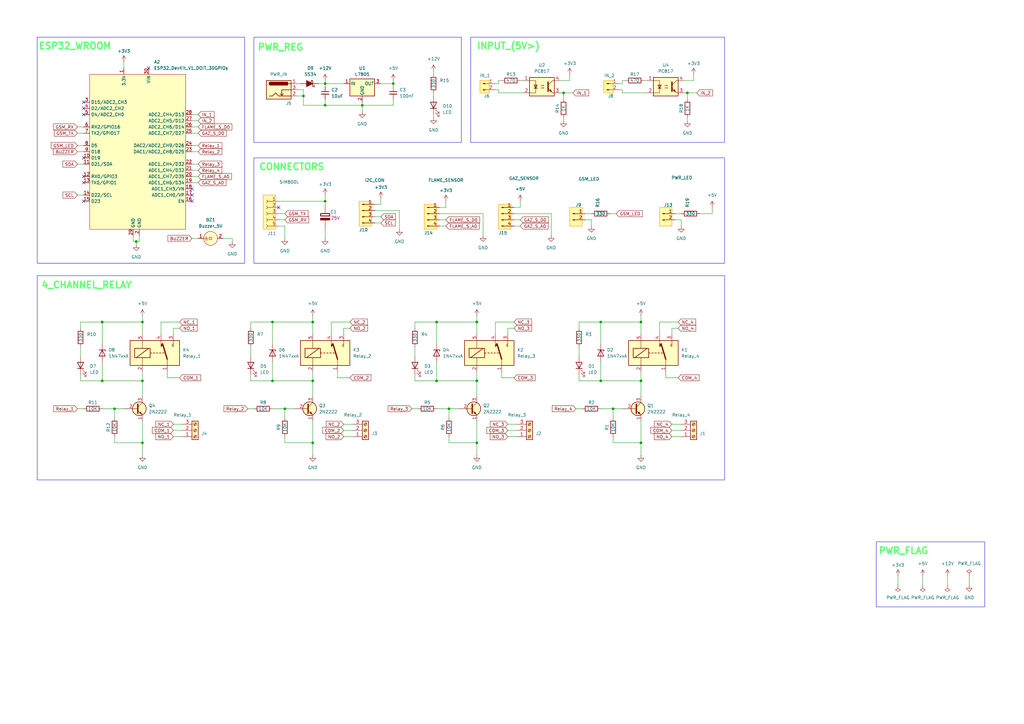
<source format=kicad_sch>
(kicad_sch (version 20231120) (generator "eeschema") (generator_version "8.0")
  (paper "A3")
  (junction (at 195.58 132.08))
  (junction (at 41.91 156.21))
  (junction (at 111.76 132.08))
  (junction (at 262.89 132.08))
  (junction (at 58.42 132.08))
  (junction (at 58.42 156.21))
  (junction (at 161.29 34.29))
  (junction (at 281.94 38.1))
  (junction (at 128.27 156.21))
  (junction (at 179.07 156.21))
  (junction (at 251.46 167.64))
  (junction (at 128.27 132.08))
  (junction (at 41.91 132.08))
  (junction (at 195.58 156.21))
  (junction (at 184.15 167.64))
  (junction (at 148.59 43.18))
  (junction (at 262.89 156.21))
  (junction (at 133.35 82.55))
  (junction (at 195.58 181.61))
  (junction (at 179.07 132.08))
  (junction (at 133.35 43.18))
  (junction (at 55.88 99.06))
  (junction (at 116.84 167.64))
  (junction (at 231.14 38.1))
  (junction (at 111.76 156.21))
  (junction (at 262.89 181.61))
  (junction (at 133.35 34.29))
  (junction (at 46.99 167.64))
  (junction (at 128.27 181.61))
  (junction (at 58.42 181.61))
  (junction (at 246.38 156.21))
  (junction (at 124.46 39.37))
  (junction (at 246.38 132.08))
  (no_connect (at 34.29 41.91))
  (no_connect (at 34.29 74.93))
  (no_connect (at 34.29 72.39))
  (no_connect (at 34.29 64.77))
  (no_connect (at 78.74 77.47))
  (no_connect (at 34.29 82.55))
  (no_connect (at 114.3 85.09))
  (no_connect (at 78.74 80.01))
  (no_connect (at 78.74 82.55))
  (no_connect (at 34.29 46.99))
  (no_connect (at 34.29 44.45))
  (no_connect (at 60.96 27.94))
  (wire (pts (xy 262.89 156.21) (xy 262.89 162.56)))
  (wire (pts (xy 128.27 129.54) (xy 128.27 132.08)))
  (wire (pts (xy 250.19 87.63) (xy 252.73 87.63)))
  (wire (pts (xy 273.05 154.94) (xy 273.05 152.4)))
  (wire (pts (xy 195.58 172.72) (xy 195.58 181.61)))
  (wire (pts (xy 251.46 179.07) (xy 251.46 181.61)))
  (wire (pts (xy 208.28 173.99) (xy 212.09 173.99)))
  (wire (pts (xy 143.51 132.08) (xy 135.89 132.08)))
  (wire (pts (xy 133.35 40.64) (xy 133.35 43.18)))
  (wire (pts (xy 170.18 156.21) (xy 179.07 156.21)))
  (wire (pts (xy 121.92 36.83) (xy 124.46 36.83)))
  (wire (pts (xy 133.35 82.55) (xy 133.35 83.82)))
  (wire (pts (xy 121.92 34.29) (xy 123.19 34.29)))
  (wire (pts (xy 270.51 132.08) (xy 270.51 137.16)))
  (wire (pts (xy 33.02 132.08) (xy 41.91 132.08)))
  (wire (pts (xy 78.74 59.69) (xy 81.28 59.69)))
  (wire (pts (xy 114.3 92.71) (xy 116.84 92.71)))
  (wire (pts (xy 182.88 82.55) (xy 182.88 85.09)))
  (wire (pts (xy 73.66 132.08) (xy 66.04 132.08)))
  (wire (pts (xy 31.75 52.07) (xy 34.29 52.07)))
  (wire (pts (xy 71.12 173.99) (xy 74.93 173.99)))
  (wire (pts (xy 170.18 153.67) (xy 170.18 156.21)))
  (wire (pts (xy 153.67 91.44) (xy 156.21 91.44)))
  (wire (pts (xy 246.38 148.59) (xy 246.38 156.21)))
  (wire (pts (xy 78.74 62.23) (xy 81.28 62.23)))
  (wire (pts (xy 251.46 167.64) (xy 251.46 171.45)))
  (wire (pts (xy 111.76 156.21) (xy 128.27 156.21)))
  (wire (pts (xy 143.51 154.94) (xy 138.43 154.94)))
  (wire (pts (xy 195.58 181.61) (xy 195.58 186.69)))
  (wire (pts (xy 284.48 30.48) (xy 284.48 33.02)))
  (wire (pts (xy 111.76 140.97) (xy 111.76 132.08)))
  (wire (pts (xy 262.89 129.54) (xy 262.89 132.08)))
  (wire (pts (xy 179.07 167.64) (xy 184.15 167.64)))
  (wire (pts (xy 128.27 172.72) (xy 128.27 181.61)))
  (wire (pts (xy 210.82 154.94) (xy 205.74 154.94)))
  (wire (pts (xy 210.82 90.17) (xy 213.36 90.17)))
  (wire (pts (xy 114.3 90.17) (xy 116.84 90.17)))
  (wire (pts (xy 95.25 97.79) (xy 91.44 97.79)))
  (wire (pts (xy 128.27 156.21) (xy 128.27 162.56)))
  (wire (pts (xy 153.67 88.9) (xy 156.21 88.9)))
  (wire (pts (xy 133.35 93.98) (xy 133.35 97.79)))
  (wire (pts (xy 101.6 167.64) (xy 104.14 167.64)))
  (wire (pts (xy 46.99 181.61) (xy 58.42 181.61)))
  (wire (pts (xy 33.02 156.21) (xy 41.91 156.21)))
  (wire (pts (xy 116.84 167.64) (xy 116.84 171.45)))
  (wire (pts (xy 210.82 87.63) (xy 226.06 87.63)))
  (wire (pts (xy 179.07 148.59) (xy 179.07 156.21)))
  (wire (pts (xy 161.29 43.18) (xy 161.29 40.64)))
  (wire (pts (xy 397.51 236.22) (xy 397.51 240.03)))
  (wire (pts (xy 177.8 46.99) (xy 177.8 48.26)))
  (wire (pts (xy 177.8 29.21) (xy 177.8 30.48)))
  (wire (pts (xy 102.87 153.67) (xy 102.87 156.21)))
  (wire (pts (xy 388.62 236.22) (xy 388.62 240.03)))
  (wire (pts (xy 41.91 140.97) (xy 41.91 132.08)))
  (wire (pts (xy 73.66 154.94) (xy 68.58 154.94)))
  (wire (pts (xy 58.42 172.72) (xy 58.42 181.61)))
  (wire (pts (xy 180.34 92.71) (xy 182.88 92.71)))
  (wire (pts (xy 195.58 129.54) (xy 195.58 132.08)))
  (wire (pts (xy 213.36 82.55) (xy 213.36 85.09)))
  (wire (pts (xy 246.38 140.97) (xy 246.38 132.08)))
  (wire (pts (xy 203.2 132.08) (xy 203.2 137.16)))
  (wire (pts (xy 180.34 87.63) (xy 198.12 87.63)))
  (wire (pts (xy 55.88 100.33) (xy 55.88 99.06)))
  (wire (pts (xy 251.46 167.64) (xy 255.27 167.64)))
  (wire (pts (xy 116.84 92.71) (xy 116.84 97.79)))
  (wire (pts (xy 41.91 148.59) (xy 41.91 156.21)))
  (wire (pts (xy 148.59 41.91) (xy 148.59 43.18)))
  (wire (pts (xy 279.4 90.17) (xy 279.4 92.71)))
  (wire (pts (xy 95.25 99.06) (xy 95.25 97.79)))
  (wire (pts (xy 102.87 156.21) (xy 111.76 156.21)))
  (wire (pts (xy 229.87 38.1) (xy 231.14 38.1)))
  (wire (pts (xy 280.67 38.1) (xy 281.94 38.1)))
  (wire (pts (xy 213.36 33.02) (xy 214.63 33.02)))
  (wire (pts (xy 33.02 134.62) (xy 33.02 132.08)))
  (wire (pts (xy 278.13 134.62) (xy 275.59 134.62)))
  (wire (pts (xy 180.34 90.17) (xy 182.88 90.17)))
  (wire (pts (xy 237.49 156.21) (xy 246.38 156.21)))
  (wire (pts (xy 135.89 132.08) (xy 135.89 137.16)))
  (wire (pts (xy 31.75 67.31) (xy 34.29 67.31)))
  (wire (pts (xy 210.82 132.08) (xy 203.2 132.08)))
  (wire (pts (xy 163.83 86.36) (xy 153.67 86.36)))
  (wire (pts (xy 31.75 54.61) (xy 34.29 54.61)))
  (wire (pts (xy 46.99 179.07) (xy 46.99 181.61)))
  (wire (pts (xy 198.12 87.63) (xy 198.12 96.52)))
  (wire (pts (xy 58.42 181.61) (xy 58.42 186.69)))
  (wire (pts (xy 130.81 34.29) (xy 133.35 34.29)))
  (wire (pts (xy 31.75 59.69) (xy 34.29 59.69)))
  (wire (pts (xy 54.61 99.06) (xy 55.88 99.06)))
  (wire (pts (xy 58.42 156.21) (xy 58.42 162.56)))
  (wire (pts (xy 184.15 167.64) (xy 184.15 171.45)))
  (wire (pts (xy 184.15 181.61) (xy 195.58 181.61)))
  (wire (pts (xy 242.57 90.17) (xy 242.57 92.71)))
  (wire (pts (xy 182.88 85.09) (xy 180.34 85.09)))
  (wire (pts (xy 41.91 132.08) (xy 58.42 132.08)))
  (wire (pts (xy 116.84 167.64) (xy 120.65 167.64)))
  (wire (pts (xy 78.74 74.93) (xy 81.28 74.93)))
  (wire (pts (xy 116.84 181.61) (xy 128.27 181.61)))
  (wire (pts (xy 255.27 36.83) (xy 255.27 38.1)))
  (wire (pts (xy 111.76 132.08) (xy 128.27 132.08)))
  (wire (pts (xy 78.74 52.07) (xy 81.28 52.07)))
  (wire (pts (xy 237.49 132.08) (xy 246.38 132.08)))
  (wire (pts (xy 195.58 152.4) (xy 195.58 156.21)))
  (wire (pts (xy 133.35 43.18) (xy 148.59 43.18)))
  (wire (pts (xy 78.74 49.53) (xy 81.28 49.53)))
  (wire (pts (xy 138.43 154.94) (xy 138.43 152.4)))
  (wire (pts (xy 281.94 38.1) (xy 281.94 40.64)))
  (wire (pts (xy 170.18 134.62) (xy 170.18 132.08)))
  (wire (pts (xy 233.68 33.02) (xy 229.87 33.02)))
  (wire (pts (xy 71.12 176.53) (xy 74.93 176.53)))
  (wire (pts (xy 287.02 87.63) (xy 292.1 87.63)))
  (wire (pts (xy 148.59 43.18) (xy 161.29 43.18)))
  (wire (pts (xy 133.35 34.29) (xy 133.35 35.56)))
  (wire (pts (xy 140.97 179.07) (xy 144.78 179.07)))
  (wire (pts (xy 231.14 38.1) (xy 231.14 40.64)))
  (wire (pts (xy 143.51 134.62) (xy 140.97 134.62)))
  (wire (pts (xy 68.58 154.94) (xy 68.58 152.4)))
  (wire (pts (xy 231.14 38.1) (xy 234.95 38.1)))
  (wire (pts (xy 278.13 154.94) (xy 273.05 154.94)))
  (wire (pts (xy 255.27 34.29) (xy 255.27 33.02)))
  (wire (pts (xy 226.06 87.63) (xy 226.06 96.52)))
  (wire (pts (xy 276.86 87.63) (xy 279.4 87.63)))
  (wire (pts (xy 255.27 33.02) (xy 256.54 33.02)))
  (wire (pts (xy 102.87 134.62) (xy 102.87 132.08)))
  (wire (pts (xy 246.38 132.08) (xy 262.89 132.08)))
  (wire (pts (xy 378.46 236.22) (xy 378.46 240.03)))
  (wire (pts (xy 41.91 156.21) (xy 58.42 156.21)))
  (wire (pts (xy 233.68 30.48) (xy 233.68 33.02)))
  (wire (pts (xy 205.74 154.94) (xy 205.74 152.4)))
  (wire (pts (xy 203.2 36.83) (xy 204.47 36.83)))
  (wire (pts (xy 111.76 167.64) (xy 116.84 167.64)))
  (wire (pts (xy 78.74 72.39) (xy 81.28 72.39)))
  (wire (pts (xy 78.74 46.99) (xy 81.28 46.99)))
  (wire (pts (xy 195.58 132.08) (xy 195.58 137.16)))
  (wire (pts (xy 140.97 176.53) (xy 144.78 176.53)))
  (wire (pts (xy 128.27 132.08) (xy 128.27 137.16)))
  (wire (pts (xy 78.74 54.61) (xy 81.28 54.61)))
  (wire (pts (xy 208.28 176.53) (xy 212.09 176.53)))
  (wire (pts (xy 161.29 34.29) (xy 156.21 34.29)))
  (wire (pts (xy 57.15 99.06) (xy 57.15 96.52)))
  (wire (pts (xy 78.74 67.31) (xy 81.28 67.31)))
  (wire (pts (xy 210.82 92.71) (xy 213.36 92.71)))
  (wire (pts (xy 156.21 83.82) (xy 153.67 83.82)))
  (wire (pts (xy 140.97 173.99) (xy 144.78 173.99)))
  (wire (pts (xy 116.84 179.07) (xy 116.84 181.61)))
  (wire (pts (xy 102.87 132.08) (xy 111.76 132.08)))
  (wire (pts (xy 161.29 35.56) (xy 161.29 34.29)))
  (wire (pts (xy 281.94 48.26) (xy 281.94 49.53)))
  (wire (pts (xy 204.47 38.1) (xy 214.63 38.1)))
  (wire (pts (xy 114.3 87.63) (xy 116.84 87.63)))
  (wire (pts (xy 262.89 152.4) (xy 262.89 156.21)))
  (wire (pts (xy 203.2 34.29) (xy 204.47 34.29)))
  (wire (pts (xy 66.04 132.08) (xy 66.04 137.16)))
  (wire (pts (xy 46.99 167.64) (xy 50.8 167.64)))
  (wire (pts (xy 78.74 69.85) (xy 81.28 69.85)))
  (wire (pts (xy 292.1 87.63) (xy 292.1 85.09)))
  (wire (pts (xy 236.22 167.64) (xy 238.76 167.64)))
  (wire (pts (xy 281.94 38.1) (xy 285.75 38.1)))
  (wire (pts (xy 246.38 156.21) (xy 262.89 156.21)))
  (wire (pts (xy 58.42 152.4) (xy 58.42 156.21)))
  (wire (pts (xy 128.27 181.61) (xy 128.27 186.69)))
  (wire (pts (xy 213.36 85.09) (xy 210.82 85.09)))
  (wire (pts (xy 275.59 179.07) (xy 279.4 179.07)))
  (wire (pts (xy 78.74 97.79) (xy 81.28 97.79)))
  (wire (pts (xy 31.75 167.64) (xy 34.29 167.64)))
  (wire (pts (xy 128.27 152.4) (xy 128.27 156.21)))
  (wire (pts (xy 148.59 43.18) (xy 148.59 45.72)))
  (wire (pts (xy 264.16 33.02) (xy 265.43 33.02)))
  (wire (pts (xy 275.59 173.99) (xy 279.4 173.99)))
  (wire (pts (xy 124.46 36.83) (xy 124.46 39.37)))
  (wire (pts (xy 124.46 39.37) (xy 124.46 43.18)))
  (wire (pts (xy 204.47 33.02) (xy 205.74 33.02)))
  (wire (pts (xy 170.18 132.08) (xy 179.07 132.08)))
  (wire (pts (xy 237.49 142.24) (xy 237.49 146.05)))
  (wire (pts (xy 262.89 172.72) (xy 262.89 181.61)))
  (wire (pts (xy 275.59 134.62) (xy 275.59 137.16)))
  (wire (pts (xy 246.38 167.64) (xy 251.46 167.64)))
  (wire (pts (xy 156.21 81.28) (xy 156.21 83.82)))
  (wire (pts (xy 208.28 134.62) (xy 208.28 137.16)))
  (wire (pts (xy 262.89 181.61) (xy 262.89 186.69)))
  (wire (pts (xy 237.49 153.67) (xy 237.49 156.21)))
  (wire (pts (xy 231.14 48.26) (xy 231.14 49.53)))
  (wire (pts (xy 254 36.83) (xy 255.27 36.83)))
  (wire (pts (xy 58.42 129.54) (xy 58.42 132.08)))
  (wire (pts (xy 31.75 62.23) (xy 34.29 62.23)))
  (wire (pts (xy 177.8 38.1) (xy 177.8 39.37)))
  (wire (pts (xy 124.46 43.18) (xy 133.35 43.18)))
  (wire (pts (xy 133.35 80.01) (xy 133.35 82.55)))
  (wire (pts (xy 184.15 179.07) (xy 184.15 181.61)))
  (wire (pts (xy 210.82 134.62) (xy 208.28 134.62)))
  (wire (pts (xy 204.47 34.29) (xy 204.47 33.02)))
  (wire (pts (xy 278.13 132.08) (xy 270.51 132.08)))
  (wire (pts (xy 111.76 148.59) (xy 111.76 156.21)))
  (wire (pts (xy 195.58 156.21) (xy 195.58 162.56)))
  (wire (pts (xy 58.42 132.08) (xy 58.42 137.16)))
  (wire (pts (xy 179.07 140.97) (xy 179.07 132.08)))
  (wire (pts (xy 71.12 179.07) (xy 74.93 179.07)))
  (wire (pts (xy 73.66 134.62) (xy 71.12 134.62)))
  (wire (pts (xy 208.28 179.07) (xy 212.09 179.07)))
  (wire (pts (xy 163.83 93.98) (xy 163.83 86.36)))
  (wire (pts (xy 368.3 236.22) (xy 368.3 240.03)))
  (wire (pts (xy 121.92 39.37) (xy 124.46 39.37)))
  (wire (pts (xy 46.99 167.64) (xy 46.99 171.45)))
  (wire (pts (xy 50.8 25.4) (xy 50.8 27.94)))
  (wire (pts (xy 284.48 33.02) (xy 280.67 33.02)))
  (wire (pts (xy 41.91 167.64) (xy 46.99 167.64)))
  (wire (pts (xy 255.27 38.1) (xy 265.43 38.1)))
  (wire (pts (xy 102.87 142.24) (xy 102.87 146.05)))
  (wire (pts (xy 133.35 33.02) (xy 133.35 34.29)))
  (wire (pts (xy 240.03 87.63) (xy 242.57 87.63)))
  (wire (pts (xy 33.02 153.67) (xy 33.02 156.21)))
  (wire (pts (xy 133.35 34.29) (xy 140.97 34.29)))
  (wire (pts (xy 254 34.29) (xy 255.27 34.29)))
  (wire (pts (xy 170.18 142.24) (xy 170.18 146.05)))
  (wire (pts (xy 71.12 134.62) (xy 71.12 137.16)))
  (wire (pts (xy 179.07 132.08) (xy 195.58 132.08)))
  (wire (pts (xy 140.97 134.62) (xy 140.97 137.16)))
  (wire (pts (xy 114.3 82.55) (xy 133.35 82.55)))
  (wire (pts (xy 179.07 156.21) (xy 195.58 156.21)))
  (wire (pts (xy 31.75 80.01) (xy 34.29 80.01)))
  (wire (pts (xy 275.59 176.53) (xy 279.4 176.53)))
  (wire (pts (xy 204.47 36.83) (xy 204.47 38.1)))
  (wire (pts (xy 33.02 142.24) (xy 33.02 146.05)))
  (wire (pts (xy 161.29 33.02) (xy 161.29 34.29)))
  (wire (pts (xy 251.46 181.61) (xy 262.89 181.61)))
  (wire (pts (xy 184.15 167.64) (xy 187.96 167.64)))
  (wire (pts (xy 240.03 90.17) (xy 242.57 90.17)))
  (wire (pts (xy 276.86 90.17) (xy 279.4 90.17)))
  (wire (pts (xy 262.89 132.08) (xy 262.89 137.16)))
  (wire (pts (xy 55.88 99.06) (xy 57.15 99.06)))
  (wire (pts (xy 168.91 167.64) (xy 171.45 167.64)))
  (wire (pts (xy 54.61 96.52) (xy 54.61 99.06)))
  (wire (pts (xy 237.49 134.62) (xy 237.49 132.08)))
  (rectangle (start 233.68 85.09) (end 238.76 92.71) (stroke (width 0.2) (color 255 157 32 1)) (fill (type color) (color 254 255 67 0.48)))
  (rectangle (start 196.85 33.02) (end 200.66 38.1) (stroke (width 0.2) (color 255 157 32 1)) (fill (type color) (color 254 255 67 0.48)))
  (rectangle (start 173.99 83.82) (end 179.07 93.98) (stroke (width 0.2) (color 255 157 32 1)) (fill (type color) (color 254 255 67 0.48)))
  (rectangle (start 359.41 222.25) (end 403.86 248.92))
  (rectangle (start 15.24 15.24) (end 100.33 107.95))
  (rectangle (start 107.95 80.01) (end 113.03 93.98) (stroke (width 0.2) (color 255 157 32 1)) (fill (type color) (color 254 255 67 0.48)))
  (rectangle (start 204.47 83.82) (end 209.55 93.98) (stroke (width 0.2) (color 255 157 32 1)) (fill (type color) (color 254 255 67 0.48)))
  (rectangle (start 193.04 15.24) (end 297.18 58.42))
  (rectangle (start 15.24 113.03) (end 297.18 196.85))
  (rectangle (start 270.51 85.09) (end 275.59 92.71) (stroke (width 0.2) (color 255 157 32 1)) (fill (type color) (color 254 255 67 0.48)))
  (rectangle (start 104.14 64.77) (end 297.18 107.95))
  (rectangle (start 147.32 82.55) (end 152.4 92.71) (stroke (width 0.2) (color 255 157 32 1)) (fill (type color) (color 254 255 67 0.48)))
  (rectangle (start 104.14 15.24) (end 189.23 58.42))
  (rectangle (start 247.65 33.02) (end 251.46 38.1) (stroke (width 0.2) (color 255 157 32 1)) (fill (type color) (color 254 255 67 0.48)))
  (text "PWR_REG" (at 115.062 19.558 0) (effects (font (size 2.7 2.7) (thickness 0.54) (bold yes))))
  (text "CONNECTORS\n" (at 119.634 68.58 0) (effects (font (size 2.7 2.7) (thickness 0.54) (bold yes))))
  (text "4_CHANNEL_RELAY" (at 35.56 117.094 0) (effects (font (size 2.7 2.7) (thickness 0.54) (bold yes))))
  (text "ESP32_WROOM" (at 30.734 19.05 0) (effects (font (size 2.7 2.7) (thickness 0.54) (bold yes))))
  (text "PWR_FLAG" (at 370.586 226.06 0) (effects (font (size 2.7 2.7) (thickness 0.54) (bold yes))))
  (text "INPUT_(5V>)" (at 208.534 19.05 0) (effects (font (size 2.7 2.7) (thickness 0.54) (bold yes))))
  (global_label "COM_4" (shape input) (at 275.59 176.53 180) (property "Intersheetrefs" "${INTERSHEET_REFS}" (effects (hide yes))))
  (global_label "COM_4" (shape input) (at 278.13 154.94 0) (property "Intersheetrefs" "${INTERSHEET_REFS}" (effects (hide yes))))
  (global_label "COM_2" (shape input) (at 140.97 176.53 180) (property "Intersheetrefs" "${INTERSHEET_REFS}" (effects (hide yes))))
  (global_label "NO_3" (shape input) (at 208.28 179.07 180) (property "Intersheetrefs" "${INTERSHEET_REFS}" (effects (hide yes))))
  (global_label "Relay_3" (shape input) (at 168.91 167.64 180) (property "Intersheetrefs" "${INTERSHEET_REFS}" (effects (hide yes))))
  (global_label "GSM_RX" (shape input) (at 31.75 52.07 180) (property "Intersheetrefs" "${INTERSHEET_REFS}" (effects (hide yes))))
  (global_label "GSM_LED" (shape input) (at 252.73 87.63 0) (property "Intersheetrefs" "${INTERSHEET_REFS}" (effects (hide yes))))
  (global_label "NO_4" (shape input) (at 275.59 179.07 180) (property "Intersheetrefs" "${INTERSHEET_REFS}" (effects (hide yes))))
  (global_label "NC_2" (shape input) (at 140.97 173.99 180) (property "Intersheetrefs" "${INTERSHEET_REFS}" (effects (hide yes))))
  (global_label "NC_4" (shape input) (at 278.13 132.08 0) (property "Intersheetrefs" "${INTERSHEET_REFS}" (effects (hide yes))))
  (global_label "SDA" (shape input) (at 31.75 67.31 180) (property "Intersheetrefs" "${INTERSHEET_REFS}" (effects (hide yes))))
  (global_label "Relay_4" (shape input) (at 236.22 167.64 180) (property "Intersheetrefs" "${INTERSHEET_REFS}" (effects (hide yes))))
  (global_label "GAZ_S_A0" (shape input) (at 81.28 74.93 0) (property "Intersheetrefs" "${INTERSHEET_REFS}" (effects (hide yes))))
  (global_label "NO_3" (shape input) (at 210.82 134.62 0) (property "Intersheetrefs" "${INTERSHEET_REFS}" (effects (hide yes))))
  (global_label "NC_3" (shape input) (at 210.82 132.08 0) (property "Intersheetrefs" "${INTERSHEET_REFS}" (effects (hide yes))))
  (global_label "NC_1" (shape input) (at 71.12 173.99 180) (property "Intersheetrefs" "${INTERSHEET_REFS}" (effects (hide yes))))
  (global_label "Relay_4" (shape input) (at 81.28 69.85 0) (property "Intersheetrefs" "${INTERSHEET_REFS}" (effects (hide yes))))
  (global_label "COM_2" (shape input) (at 143.51 154.94 0) (property "Intersheetrefs" "${INTERSHEET_REFS}" (effects (hide yes))))
  (global_label "NO_2" (shape input) (at 140.97 179.07 180) (property "Intersheetrefs" "${INTERSHEET_REFS}" (effects (hide yes))))
  (global_label "BUZZER" (shape input) (at 78.74 97.79 180) (property "Intersheetrefs" "${INTERSHEET_REFS}" (effects (hide yes))))
  (global_label "NC_3" (shape input) (at 208.28 173.99 180) (property "Intersheetrefs" "${INTERSHEET_REFS}" (effects (hide yes))))
  (global_label "GSM_TX" (shape input) (at 31.75 54.61 180) (property "Intersheetrefs" "${INTERSHEET_REFS}" (effects (hide yes))))
  (global_label "FLAME_S_A0" (shape input) (at 81.28 72.39 0) (property "Intersheetrefs" "${INTERSHEET_REFS}" (effects (hide yes))))
  (global_label "Relay_1" (shape input) (at 31.75 167.64 180) (property "Intersheetrefs" "${INTERSHEET_REFS}" (effects (hide yes))))
  (global_label "FLAME_S_D0" (shape input) (at 81.28 52.07 0) (property "Intersheetrefs" "${INTERSHEET_REFS}" (effects (hide yes))))
  (global_label "SCL" (shape input) (at 31.75 80.01 180) (property "Intersheetrefs" "${INTERSHEET_REFS}" (effects (hide yes))))
  (global_label "NO_2" (shape input) (at 143.51 134.62 0) (property "Intersheetrefs" "${INTERSHEET_REFS}" (effects (hide yes))))
  (global_label "NO_1" (shape input) (at 73.66 134.62 0) (property "Intersheetrefs" "${INTERSHEET_REFS}" (effects (hide yes))))
  (global_label "GAZ_S_D0" (shape input) (at 213.36 90.17 0) (property "Intersheetrefs" "${INTERSHEET_REFS}" (effects (hide yes))))
  (global_label "SDA" (shape input) (at 156.21 88.9 0) (property "Intersheetrefs" "${INTERSHEET_REFS}" (effects (hide yes))))
  (global_label "GAZ_S_D0" (shape input) (at 81.28 54.61 0) (property "Intersheetrefs" "${INTERSHEET_REFS}" (effects (hide yes))))
  (global_label "COM_1" (shape input) (at 71.12 176.53 180) (property "Intersheetrefs" "${INTERSHEET_REFS}" (effects (hide yes))))
  (global_label "Relay_1" (shape input) (at 81.28 59.69 0) (property "Intersheetrefs" "${INTERSHEET_REFS}" (effects (hide yes))))
  (global_label "SCL" (shape input) (at 156.21 91.44 0) (property "Intersheetrefs" "${INTERSHEET_REFS}" (effects (hide yes))))
  (global_label "GSM_TX" (shape input) (at 116.84 87.63 0) (property "Intersheetrefs" "${INTERSHEET_REFS}" (effects (hide yes))))
  (global_label "NC_2" (shape input) (at 143.51 132.08 0) (property "Intersheetrefs" "${INTERSHEET_REFS}" (effects (hide yes))))
  (global_label "FLAME_S_A0" (shape input) (at 182.88 92.71 0) (property "Intersheetrefs" "${INTERSHEET_REFS}" (effects (hide yes))))
  (global_label "NO_4" (shape input) (at 278.13 134.62 0) (property "Intersheetrefs" "${INTERSHEET_REFS}" (effects (hide yes))))
  (global_label "GSM_LED" (shape input) (at 31.75 59.69 180) (property "Intersheetrefs" "${INTERSHEET_REFS}" (effects (hide yes))))
  (global_label "Relay_2" (shape input) (at 81.28 62.23 0) (property "Intersheetrefs" "${INTERSHEET_REFS}" (effects (hide yes))))
  (global_label "NC_1" (shape input) (at 73.66 132.08 0) (property "Intersheetrefs" "${INTERSHEET_REFS}" (effects (hide yes))))
  (global_label "COM_3" (shape input) (at 210.82 154.94 0) (property "Intersheetrefs" "${INTERSHEET_REFS}" (effects (hide yes))))
  (global_label "NO_1" (shape input) (at 71.12 179.07 180) (property "Intersheetrefs" "${INTERSHEET_REFS}" (effects (hide yes))))
  (global_label "IN_2" (shape input) (at 81.28 49.53 0) (property "Intersheetrefs" "${INTERSHEET_REFS}" (effects (hide yes))))
  (global_label "BUZZER" (shape input) (at 31.75 62.23 180) (property "Intersheetrefs" "${INTERSHEET_REFS}" (effects (hide yes))))
  (global_label "NC_4" (shape input) (at 275.59 173.99 180) (property "Intersheetrefs" "${INTERSHEET_REFS}" (effects (hide yes))))
  (global_label "COM_3" (shape input) (at 208.28 176.53 180) (property "Intersheetrefs" "${INTERSHEET_REFS}" (effects (hide yes))))
  (global_label "GAZ_S_A0" (shape input) (at 213.36 92.71 0) (property "Intersheetrefs" "${INTERSHEET_REFS}" (effects (hide yes))))
  (global_label "IN_1" (shape input) (at 234.95 38.1 0) (property "Intersheetrefs" "${INTERSHEET_REFS}" (effects (hide yes))))
  (global_label "COM_1" (shape input) (at 73.66 154.94 0) (property "Intersheetrefs" "${INTERSHEET_REFS}" (effects (hide yes))))
  (global_label "FLAME_S_D0" (shape input) (at 182.88 90.17 0) (property "Intersheetrefs" "${INTERSHEET_REFS}" (effects (hide yes))))
  (global_label "IN_1" (shape input) (at 81.28 46.99 0) (property "Intersheetrefs" "${INTERSHEET_REFS}" (effects (hide yes))))
  (global_label "GSM_RX" (shape input) (at 116.84 90.17 0) (property "Intersheetrefs" "${INTERSHEET_REFS}" (effects (hide yes))))
  (global_label "Relay_2" (shape input) (at 101.6 167.64 180) (property "Intersheetrefs" "${INTERSHEET_REFS}" (effects (hide yes))))
  (global_label "IN_2" (shape input) (at 285.75 38.1 0) (property "Intersheetrefs" "${INTERSHEET_REFS}" (effects (hide yes))))
  (global_label "Relay_3" (shape input) (at 81.28 67.31 0) (property "Intersheetrefs" "${INTERSHEET_REFS}" (effects (hide yes))))
  (symbol (lib_id "PCM_4ms_Power-symbol:+5V") (at 378.46 236.22 0) (unit 1)
    (property "Reference" "#PWR028" (effects (hide yes)))
    (property "Value" "+5V" (at 378.46 231.14 0))
  )
  (symbol (lib_id "PCM_4ms_Power-symbol:+3.3V") (at 368.3 236.22 0) (unit 1)
    (property "Reference" "#PWR022" (effects (hide yes)))
    (property "Value" "+3V3" (at 368.3 231.775 0))
  )
  (symbol (lib_id "PCM_4ms_Power-symbol:+3.3V") (at 50.8 25.4 0) (unit 1)
    (property "Reference" "#PWR014" (effects (hide yes)))
    (property "Value" "+3V3" (at 50.8 20.955 0))
  )
  (symbol (lib_id "power:GND") (at 116.84 97.79 0) (unit 1)
    (property "Reference" "#PWR025" (effects (hide yes)))
    (property "Value" "GND" (at 116.84 102.87 0))
  )
  (symbol (lib_id "power:GND") (at 226.06 96.52 0) (unit 1)
    (property "Reference" "#PWR030" (effects (hide yes)))
    (property "Value" "GND" (at 226.06 101.6 0))
  )
  (symbol (lib_id "PCM_Diode_Schottky_AKL:SS34") (at 127 34.29 0) (unit 1)
    (property "Reference" "D9" (at 127.3175 27.94 0))
    (property "Value" "SS34" (at 127.3175 30.48 0))
    (property "Footprint" "Diode_THT:D_DO-15_P2.54mm_Vertical_AnodeUp" (effects (hide yes)))
    (property "Datasheet" "https://www.tme.eu/Document/4534c3d1273464918563ce78bdeb2ece/SS34-E3-57T.pdf" (effects (hide yes)))
    (property "Description" "SMC Schottky diode, 40V, 3A, Alternate KiCAD Library" (effects (hide yes)))
  )
  (symbol (lib_id "PCM_4ms_Power-symbol:PWR_FLAG") (at 397.51 236.22 0) (unit 1)
    (property "Reference" "#FLG01" (effects (hide yes)))
    (property "Value" "PWR_FLAG" (at 397.51 231.14 0))
  )
  (symbol (lib_id "Device:LED") (at 177.8 43.18 90) (unit 1)
    (property "Reference" "D10" (at 181.61 43.4975 90) (effects (justify right)))
    (property "Value" "LED" (at 181.61 46.0375 90) (effects (justify right)))
    (property "Footprint" "LED_THT:LED_D3.0mm" (effects (hide yes)))
  )
  (symbol (lib_id "power:GND") (at 95.25 99.06 0) (unit 1)
    (property "Reference" "#PWR012" (effects (hide yes)))
    (property "Value" "GND" (at 95.25 104.14 0))
  )
  (symbol (lib_id "Connector:Conn_01x02_Pin") (at 248.92 34.29 0) (unit 1)
    (property "Reference" "J8" (at 250.444 39.37 0))
    (property "Value" "IN_2" (at 249.936 30.988 0))
    (property "Footprint" "TerminalBlock:TerminalBlock_bornier-2_P5.08mm" (effects (hide yes)))
    (property "Description" "Generic connector, single row, 01x02, script generated" (effects (hide yes)))
  )
  (symbol (lib_id "Device:R") (at 242.57 167.64 90) (unit 1)
    (property "Reference" "R2" (at 242.57 165.1 90))
    (property "Value" "10K" (at 242.57 167.64 90))
    (property "Footprint" "Resistor_THT:R_Axial_DIN0204_L3.6mm_D1.6mm_P5.08mm_Horizontal" (effects (hide yes)))
  )
  (symbol (lib_id "PCM_4ms_Power-symbol:+3.3V") (at 182.88 82.55 0) (unit 1)
    (property "Reference" "#PWR032" (effects (hide yes)))
    (property "Value" "+3V3" (at 182.88 78.105 0))
  )
  (symbol (lib_id "Device:R") (at 102.87 138.43 0) (unit 1)
    (property "Reference" "R7" (at 105.41 137.16 0) (effects (justify left)))
    (property "Value" "330" (at 102.87 140.335 90) (effects (justify left)))
    (property "Footprint" "Resistor_THT:R_Axial_DIN0204_L3.6mm_D1.6mm_P5.08mm_Horizontal" (effects (hide yes)))
  )
  (symbol (lib_id "PCM_4ms_Power-symbol:+5V") (at 133.35 33.02 0) (unit 1)
    (property "Reference" "#PWR010" (effects (hide yes)))
    (property "Value" "+12V" (at 133.35 27.94 0))
  )
  (symbol (lib_id "Device:R") (at 283.21 87.63 90) (unit 1)
    (property "Reference" "R19" (at 281.94 85.09 0) (effects (justify left)))
    (property "Value" "330" (at 285.115 87.63 90) (effects (justify left)))
    (property "Footprint" "Resistor_THT:R_Axial_DIN0204_L3.6mm_D1.6mm_P5.08mm_Horizontal" (effects (hide yes)))
  )
  (symbol (lib_id "Device:R") (at 260.35 33.02 90) (unit 1)
    (property "Reference" "R17" (at 260.35 30.48 90))
    (property "Value" "470" (at 260.35 33.02 90))
    (property "Footprint" "Resistor_THT:R_Axial_DIN0204_L3.6mm_D1.6mm_P5.08mm_Horizontal" (effects (hide yes)))
  )
  (symbol (lib_id "Device:R") (at 33.02 138.43 0) (unit 1)
    (property "Reference" "R10" (at 35.56 137.16 0) (effects (justify left)))
    (property "Value" "330" (at 33.02 140.335 90) (effects (justify left)))
    (property "Footprint" "Resistor_THT:R_Axial_DIN0204_L3.6mm_D1.6mm_P5.08mm_Horizontal" (effects (hide yes)))
  )
  (symbol (lib_id "Relay:SANYOU_SRD_Form_C") (at 63.5 144.78 0) (unit 1)
    (property "Reference" "K4" (at 74.93 143.51 0) (effects (justify left)))
    (property "Value" "Relay_1" (at 74.93 146.05 0) (effects (justify left)))
    (property "Footprint" "Relay_THT:Relay_SPDT_SANYOU_SRD_Series_Form_C" (effects (hide yes)))
    (property "Datasheet" "http://www.sanyourelay.ca/public/products/pdf/SRD.pdf" (effects (hide yes)))
  )
  (symbol (lib_id "Device:R") (at 107.95 167.64 90) (unit 1)
    (property "Reference" "R8" (at 107.95 165.1 90))
    (property "Value" "10K" (at 107.95 167.64 90))
    (property "Footprint" "Resistor_THT:R_Axial_DIN0204_L3.6mm_D1.6mm_P5.08mm_Horizontal" (effects (hide yes)))
  )
  (symbol (lib_id "PCM_4ms_Power-symbol:+5V") (at 128.27 129.54 0) (unit 1)
    (property "Reference" "#PWR06" (effects (hide yes)))
    (property "Value" "+5V" (at 128.27 124.46 0))
  )
  (symbol (lib_id "PCM_Transistor_BJT_AKL:2N2222") (at 260.35 167.64 0) (unit 1)
    (property "Reference" "Q1" (at 265.43 166.37 0) (effects (justify left)))
    (property "Value" "2N2222" (at 265.43 168.91 0) (effects (justify left)))
    (property "Footprint" "Package_TO_SOT_THT:TO-92" (effects (hide yes)))
    (property "Datasheet" "https://www.farnell.com/datasheets/296640.pdf" (effects (hide yes)))
  )
  (symbol (lib_id "Device:R") (at 246.38 87.63 90) (unit 1)
    (property "Reference" "R16" (at 245.11 85.09 0) (effects (justify left)))
    (property "Value" "330" (at 248.285 87.63 90) (effects (justify left)))
    (property "Footprint" "Resistor_THT:R_Axial_DIN0204_L3.6mm_D1.6mm_P5.08mm_Horizontal" (effects (hide yes)))
  )
  (symbol (lib_id "PCM_4ms_Power-symbol:PWR_FLAG") (at 368.3 240.03 0) (mirror x) (unit 1)
    (property "Reference" "#FLG04" (effects (hide yes)))
    (property "Value" "PWR_FLAG" (at 368.3 245.11 0))
  )
  (symbol (lib_id "PCM_Elektuur:C-polar") (at 133.35 88.9 0) (mirror y) (unit 1)
    (property "Reference" "C1" (at 138.176 86.868 0) (effects (justify left)))
    (property "Value" "C-polar" (effects (hide yes)))
    (property "Footprint" "Capacitor_THT:CP_Radial_D6.3mm_P2.50mm" (effects (hide yes)))
    (property "Description" "capacitor, polar(ized)" (effects (hide yes)))
    (property "Indicator" "+" (effects (hide yes)))
    (property "Rating" "25V" (at 139.446 89.408 0) (effects (justify left)))
  )
  (symbol (lib_id "Device:R") (at 46.99 175.26 180) (unit 1)
    (property "Reference" "R12" (at 44.45 175.26 90))
    (property "Value" "10K" (at 46.99 175.26 90))
    (property "Footprint" "Resistor_THT:R_Axial_DIN0204_L3.6mm_D1.6mm_P5.08mm_Horizontal" (effects (hide yes)))
  )
  (symbol (lib_id "Connector:Conn_01x04_Pin") (at 175.26 87.63 0) (unit 1)
    (property "Reference" "J14" (at 175.768 95.504 0))
    (property "Value" "FLAME_SENSOR" (at 182.88 73.914 0))
    (property "Footprint" "Connector_JST:JST_PH_B4B-PH-K_1x04_P2.00mm_Vertical" (effects (hide yes)))
    (property "Description" "Generic connector, single row, 01x04, script generated" (effects (hide yes)))
  )
  (symbol (lib_id "Connector:Conn_01x04_Pin") (at 205.74 87.63 0) (unit 1)
    (property "Reference" "J15" (at 206.248 95.504 0))
    (property "Value" "GAZ_SENSOR" (at 214.884 73.152 0))
    (property "Footprint" "Connector_JST:JST_PH_B4B-PH-K_1x04_P2.00mm_Vertical" (effects (hide yes)))
    (property "Description" "Generic connector, single row, 01x04, script generated" (effects (hide yes)))
  )
  (symbol (lib_id "PCM_4ms_Power-symbol:+5V") (at 58.42 129.54 0) (unit 1)
    (property "Reference" "#PWR05" (effects (hide yes)))
    (property "Value" "+5V" (at 58.42 124.46 0))
  )
  (symbol (lib_id "Relay:SANYOU_SRD_Form_C") (at 200.66 144.78 0) (unit 1)
    (property "Reference" "K2" (at 212.09 143.51 0) (effects (justify left)))
    (property "Value" "Relay_3" (at 212.09 146.05 0) (effects (justify left)))
    (property "Footprint" "Relay_THT:Relay_SPDT_SANYOU_SRD_Series_Form_C" (effects (hide yes)))
    (property "Datasheet" "http://www.sanyourelay.ca/public/products/pdf/SRD.pdf" (effects (hide yes)))
  )
  (symbol (lib_id "power:GND") (at 231.14 49.53 0) (unit 1)
    (property "Reference" "#PWR016" (effects (hide yes)))
    (property "Value" "GND" (at 231.14 54.61 0))
  )
  (symbol (lib_id "Diode:1N47xxA") (at 41.91 144.78 270) (unit 1)
    (property "Reference" "D8" (at 44.45 143.51 90) (effects (justify left)))
    (property "Value" "1N47xxA" (at 44.45 146.05 90) (effects (justify left)))
    (property "Footprint" "Diode_THT:D_T-1_P5.08mm_Horizontal" (effects (hide yes)))
    (property "Datasheet" "https://www.vishay.com/docs/85816/1n4728a.pdf" (effects (hide yes)))
  )
  (symbol (lib_id "Device:R") (at 184.15 175.26 180) (unit 1)
    (property "Reference" "R6" (at 181.61 175.26 90))
    (property "Value" "10K" (at 184.15 175.26 90))
    (property "Footprint" "Resistor_THT:R_Axial_DIN0204_L3.6mm_D1.6mm_P5.08mm_Horizontal" (effects (hide yes)))
  )
  (symbol (lib_id "Device:R") (at 237.49 138.43 0) (unit 1)
    (property "Reference" "R3" (at 240.03 137.16 0) (effects (justify left)))
    (property "Value" "330" (at 237.49 140.335 90) (effects (justify left)))
    (property "Footprint" "Resistor_THT:R_Axial_DIN0204_L3.6mm_D1.6mm_P5.08mm_Horizontal" (effects (hide yes)))
  )
  (symbol (lib_id "power:GND") (at 163.83 93.98 0) (unit 1)
    (property "Reference" "#PWR023" (effects (hide yes)))
    (property "Value" "GND" (at 163.83 99.06 0))
  )
  (symbol (lib_id "Diode:1N47xxA") (at 246.38 144.78 270) (unit 1)
    (property "Reference" "D2" (at 248.92 143.51 90) (effects (justify left)))
    (property "Value" "1N47xxA" (at 248.92 146.05 90) (effects (justify left)))
    (property "Footprint" "Diode_THT:D_T-1_P5.08mm_Horizontal" (effects (hide yes)))
    (property "Datasheet" "https://www.vishay.com/docs/85816/1n4728a.pdf" (effects (hide yes)))
  )
  (symbol (lib_id "power:GND") (at 58.42 186.69 0) (unit 1)
    (property "Reference" "#PWR04" (effects (hide yes)))
    (property "Value" "GND" (at 58.42 191.77 0))
  )
  (symbol (lib_id "PCM_4ms_Power-symbol:+5V") (at 177.8 29.21 0) (unit 1)
    (property "Reference" "#PWR027" (effects (hide yes)))
    (property "Value" "+12V" (at 177.8 24.13 0))
  )
  (symbol (lib_id "Connector:Conn_01x04_Pin") (at 148.59 86.36 0) (unit 1)
    (property "Reference" "J10" (at 149.098 94.234 0))
    (property "Value" "I2C_CON" (at 153.67 73.914 0))
    (property "Footprint" "Connector_JST:JST_PH_B4B-PH-K_1x04_P2.00mm_Vertical" (effects (hide yes)))
    (property "Description" "Generic connector, single row, 01x04, script generated" (effects (hide yes)))
  )
  (symbol (lib_id "PCM_4ms_Power-symbol:+5V") (at 213.36 82.55 0) (unit 1)
    (property "Reference" "#PWR031" (effects (hide yes)))
    (property "Value" "+5V" (at 213.36 77.47 0))
  )
  (symbol (lib_id "Device:LED") (at 170.18 149.86 90) (unit 1)
    (property "Reference" "D3" (at 173.99 150.1775 90) (effects (justify right)))
    (property "Value" "LED" (at 173.99 152.7175 90) (effects (justify right)))
    (property "Footprint" "LED_THT:LED_D3.0mm" (effects (hide yes)))
  )
  (symbol (lib_id "power:GND") (at 279.4 92.71 0) (unit 1)
    (property "Reference" "#PWR034" (effects (hide yes)))
    (property "Value" "GND" (at 279.4 97.79 0))
  )
  (symbol (lib_id "Device:LED") (at 102.87 149.86 90) (unit 1)
    (property "Reference" "D5" (at 106.68 150.1775 90) (effects (justify right)))
    (property "Value" "LED" (at 106.68 152.7175 90) (effects (justify right)))
    (property "Footprint" "LED_THT:LED_D3.0mm" (effects (hide yes)))
  )
  (symbol (lib_id "Device:R") (at 170.18 138.43 0) (unit 1)
    (property "Reference" "R4" (at 172.72 137.16 0) (effects (justify left)))
    (property "Value" "330" (at 170.18 140.335 90) (effects (justify left)))
    (property "Footprint" "Resistor_THT:R_Axial_DIN0204_L3.6mm_D1.6mm_P5.08mm_Horizontal" (effects (hide yes)))
  )
  (symbol (lib_id "PCM_4ms_Power-symbol:+3.3V") (at 284.48 30.48 0) (unit 1)
    (property "Reference" "#PWR020" (effects (hide yes)))
    (property "Value" "+3V3" (at 284.48 26.035 0))
  )
  (symbol (lib_id "power:GND") (at 281.94 49.53 0) (unit 1)
    (property "Reference" "#PWR019" (effects (hide yes)))
    (property "Value" "GND" (at 281.94 54.61 0))
  )
  (symbol (lib_id "Device:R") (at 175.26 167.64 90) (unit 1)
    (property "Reference" "R5" (at 175.26 165.1 90))
    (property "Value" "10K" (at 175.26 167.64 90))
    (property "Footprint" "Resistor_THT:R_Axial_DIN0204_L3.6mm_D1.6mm_P5.08mm_Horizontal" (effects (hide yes)))
  )
  (symbol (lib_id "Device:R") (at 38.1 167.64 90) (unit 1)
    (property "Reference" "R11" (at 38.1 165.1 90))
    (property "Value" "10K" (at 38.1 167.64 90))
    (property "Footprint" "Resistor_THT:R_Axial_DIN0204_L3.6mm_D1.6mm_P5.08mm_Horizontal" (effects (hide yes)))
  )
  (symbol (lib_id "PCM_Transistor_BJT_AKL:2N2222") (at 125.73 167.64 0) (unit 1)
    (property "Reference" "Q3" (at 130.81 166.37 0) (effects (justify left)))
    (property "Value" "2N2222" (at 130.81 168.91 0) (effects (justify left)))
    (property "Footprint" "Package_TO_SOT_THT:TO-92" (effects (hide yes)))
    (property "Datasheet" "https://www.farnell.com/datasheets/296640.pdf" (effects (hide yes)))
  )
  (symbol (lib_id "Device:C_Small") (at 133.35 38.1 0) (unit 1)
    (property "Reference" "C2" (at 135.89 36.8362 0) (effects (justify left)))
    (property "Value" "10uF" (at 135.89 39.3762 0) (effects (justify left)))
    (property "Footprint" "Capacitor_THT:C_Disc_D5.0mm_W2.5mm_P2.50mm" (effects (hide yes)))
    (property "Description" "Unpolarized capacitor, small symbol" (effects (hide yes)))
  )
  (symbol (lib_id "Isolator:PC817") (at 222.25 35.56 0) (unit 1)
    (property "Reference" "U2" (at 222.25 26.67 0))
    (property "Value" "PC817" (at 222.25 29.21 0))
    (property "Footprint" "Package_DIP:DIP-4_W7.62mm" (effects (hide yes)))
    (property "Datasheet" "http://www.soselectronic.cz/a_info/resource/d/pc817.pdf" (effects (hide yes)))
    (property "Description" "DC Optocoupler, Vce 35V, CTR 50-300%, DIP-4" (effects (hide yes)))
  )
  (symbol (lib_id "power:GND") (at 198.12 96.52 0) (unit 1)
    (property "Reference" "#PWR033" (effects (hide yes)))
    (property "Value" "GND" (at 198.12 101.6 0))
  )
  (symbol (lib_id "power:GND") (at 133.35 97.79 0) (unit 1)
    (property "Reference" "#PWR017" (effects (hide yes)))
    (property "Value" "GND" (at 133.35 102.87 0))
  )
  (symbol (lib_id "power:GND") (at 148.59 45.72 0) (unit 1)
    (property "Reference" "#PWR09" (effects (hide yes)))
    (property "Value" "GND" (at 148.59 50.8 0))
  )
  (symbol (lib_id "PCM_4ms_Power-symbol:+3.3V") (at 156.21 81.28 0) (unit 1)
    (property "Reference" "#PWR024" (effects (hide yes)))
    (property "Value" "+3V3" (at 156.21 76.835 0))
  )
  (symbol (lib_id "Relay:SANYOU_SRD_Form_C") (at 267.97 144.78 0) (unit 1)
    (property "Reference" "K1" (at 279.4 143.51 0) (effects (justify left)))
    (property "Value" "Relay_4" (at 279.4 146.05 0) (effects (justify left)))
    (property "Footprint" "Relay_THT:Relay_SPDT_SANYOU_SRD_Series_Form_C" (effects (hide yes)))
    (property "Datasheet" "http://www.sanyourelay.ca/public/products/pdf/SRD.pdf" (effects (hide yes)))
  )
  (symbol (lib_id "power:GND") (at 128.27 186.69 0) (unit 1)
    (property "Reference" "#PWR03" (effects (hide yes)))
    (property "Value" "GND" (at 128.27 191.77 0))
  )
  (symbol (lib_id "Isolator:PC817") (at 273.05 35.56 0) (unit 1)
    (property "Reference" "U4" (at 273.05 26.67 0))
    (property "Value" "PC817" (at 273.05 29.21 0))
    (property "Footprint" "Package_DIP:DIP-4_W7.62mm" (effects (hide yes)))
    (property "Datasheet" "http://www.soselectronic.cz/a_info/resource/d/pc817.pdf" (effects (hide yes)))
    (property "Description" "DC Optocoupler, Vce 35V, CTR 50-300%, DIP-4" (effects (hide yes)))
  )
  (symbol (lib_id "Connector:Screw_Terminal_01x03") (at 284.48 176.53 0) (mirror x) (unit 1)
    (property "Reference" "J1" (at 287.02 177.8 0) (effects (justify left)))
    (property "Value" "Relay_4" (at 275.59 170.18 0) (effects (justify left)))
    (property "Footprint" "TerminalBlock:TerminalBlock_bornier-3_P5.08mm" (effects (hide yes)))
  )
  (symbol (lib_id "PCM_4ms_Power-symbol:+3.3V") (at 133.35 80.01 0) (unit 1)
    (property "Reference" "#PWR026" (effects (hide yes)))
    (property "Value" "+3V3" (at 133.35 75.565 0))
  )
  (symbol (lib_id "PCM_4ms_Power-symbol:+5V") (at 388.62 236.22 0) (unit 1)
    (property "Reference" "#PWR036" (effects (hide yes)))
    (property "Value" "+12V" (at 388.62 231.14 0))
  )
  (symbol (lib_id "Relay:SANYOU_SRD_Form_C") (at 133.35 144.78 0) (unit 1)
    (property "Reference" "K3" (at 144.78 143.51 0) (effects (justify left)))
    (property "Value" "Relay_2" (at 144.78 146.05 0) (effects (justify left)))
    (property "Footprint" "Relay_THT:Relay_SPDT_SANYOU_SRD_Series_Form_C" (effects (hide yes)))
    (property "Datasheet" "http://www.sanyourelay.ca/public/products/pdf/SRD.pdf" (effects (hide yes)))
  )
  (symbol (lib_id "Connector:Conn_01x02_Pin") (at 198.12 34.29 0) (unit 1)
    (property "Reference" "J6" (at 199.644 39.37 0))
    (property "Value" "IN_1" (at 198.882 30.988 0))
    (property "Footprint" "TerminalBlock:TerminalBlock_bornier-2_P5.08mm" (effects (hide yes)))
    (property "Description" "Generic connector, single row, 01x02, script generated" (effects (hide yes)))
  )
  (symbol (lib_id "PCM_SL_Development_Board:ESP32_DevKit_V1_DOIT_30GPIOs") (at 55.88 63.5 0) (unit 1)
    (property "Reference" "A2" (at 63.1541 25.4 0) (effects (justify left)))
    (property "Value" "ESP32_DevKit_V1_DOIT_30GPIOs" (at 63.1541 27.94 0) (effects (justify left)))
    (property "Footprint" "PCM_SL_Development_Boards:DOIT_ESP32_DEVKIT_30Pins" (effects (hide yes)))
    (property "Description" "Microcontroller module with ESP32 MCU, WiFi and Bluetooth" (effects (hide yes)))
  )
  (symbol (lib_id "PCM_SL_Devices:Buzzer_5V") (at 86.36 97.79 0) (unit 1)
    (property "Reference" "BZ1" (at 86.36 90.17 0))
    (property "Value" "Buzzer_5V" (at 86.36 92.71 0))
    (property "Footprint" "Buzzer_Beeper:MagneticBuzzer_ProSignal_ABT-410-RC" (effects (hide yes)))
    (property "Description" "Buzzer 5V" (effects (hide yes)))
  )
  (symbol (lib_id "PCM_4ms_Power-symbol:+5V") (at 262.89 129.54 0) (unit 1)
    (property "Reference" "#PWR08" (effects (hide yes)))
    (property "Value" "+5V" (at 262.89 124.46 0))
  )
  (symbol (lib_id "PCM_4ms_Power-symbol:+3.3V") (at 233.68 30.48 0) (unit 1)
    (property "Reference" "#PWR015" (effects (hide yes)))
    (property "Value" "+3V3" (at 233.68 26.035 0))
  )
  (symbol (lib_id "Device:LED") (at 33.02 149.86 90) (unit 1)
    (property "Reference" "D7" (at 36.83 150.1775 90) (effects (justify right)))
    (property "Value" "LED" (at 36.83 152.7175 90) (effects (justify right)))
    (property "Footprint" "LED_THT:LED_D3.0mm" (effects (hide yes)))
  )
  (symbol (lib_id "PCM_4ms_Power-symbol:+5V") (at 195.58 129.54 0) (unit 1)
    (property "Reference" "#PWR07" (effects (hide yes)))
    (property "Value" "+5V" (at 195.58 124.46 0))
  )
  (symbol (lib_id "Connector:Screw_Terminal_01x03") (at 217.17 176.53 0) (mirror x) (unit 1)
    (property "Reference" "J2" (at 219.71 177.8 0) (effects (justify left)))
    (property "Value" "Relay_3" (at 208.28 170.18 0) (effects (justify left)))
    (property "Footprint" "TerminalBlock:TerminalBlock_bornier-3_P5.08mm" (effects (hide yes)))
  )
  (symbol (lib_id "Connector:Screw_Terminal_01x03") (at 80.01 176.53 0) (mirror x) (unit 1)
    (property "Reference" "J4" (at 82.55 177.8 0) (effects (justify left)))
    (property "Value" "Relay_1" (at 71.12 170.18 0) (effects (justify left)))
    (property "Footprint" "TerminalBlock:TerminalBlock_bornier-3_P5.08mm" (effects (hide yes)))
  )
  (symbol (lib_id "Device:R") (at 116.84 175.26 180) (unit 1)
    (property "Reference" "R9" (at 114.3 175.26 90))
    (property "Value" "10K" (at 116.84 175.26 90))
    (property "Footprint" "Resistor_THT:R_Axial_DIN0204_L3.6mm_D1.6mm_P5.08mm_Horizontal" (effects (hide yes)))
  )
  (symbol (lib_id "Device:R") (at 251.46 175.26 180) (unit 1)
    (property "Reference" "R1" (at 248.92 175.26 90))
    (property "Value" "10K" (at 251.46 175.26 90))
    (property "Footprint" "Resistor_THT:R_Axial_DIN0204_L3.6mm_D1.6mm_P5.08mm_Horizontal" (effects (hide yes)))
  )
  (symbol (lib_id "Connector:Conn_01x05_Socket") (at 109.22 87.63 0) (mirror y) (unit 1)
    (property "Reference" "J11" (at 111.506 95.758 0))
    (property "Value" "SIM800L" (at 118.618 74.676 0))
    (property "Footprint" "Connector_PinHeader_2.54mm:PinHeader_1x05_P2.54mm_Vertical" (effects (hide yes)))
    (property "Description" "Generic connector, single row, 01x05, script generated" (effects (hide yes)))
  )
  (symbol (lib_id "Connector:Conn_01x02_Pin") (at 271.78 87.63 0) (unit 1)
    (property "Reference" "J13" (at 274.066 84.074 0))
    (property "Value" "PWR_LED" (at 279.654 72.898 0))
    (property "Footprint" "Connector_Molex:Molex_KK-254_AE-6410-02A_1x02_P2.54mm_Vertical" (effects (hide yes)))
    (property "Description" "Generic connector, single row, 01x02, script generated" (effects (hide yes)))
  )
  (symbol (lib_id "power:GND") (at 195.58 186.69 0) (unit 1)
    (property "Reference" "#PWR02" (effects (hide yes)))
    (property "Value" "GND" (at 195.58 191.77 0))
  )
  (symbol (lib_id "PCM_Transistor_BJT_AKL:2N2222") (at 55.88 167.64 0) (unit 1)
    (property "Reference" "Q4" (at 60.96 166.37 0) (effects (justify left)))
    (property "Value" "2N2222" (at 60.96 168.91 0) (effects (justify left)))
    (property "Footprint" "Package_TO_SOT_THT:TO-92" (effects (hide yes)))
    (property "Datasheet" "https://www.farnell.com/datasheets/296640.pdf" (effects (hide yes)))
  )
  (symbol (lib_id "PCM_4ms_Power-symbol:+5V") (at 161.29 33.02 0) (unit 1)
    (property "Reference" "#PWR021" (effects (hide yes)))
    (property "Value" "+5V" (at 161.29 27.94 0))
  )
  (symbol (lib_id "power:GND") (at 242.57 92.71 0) (unit 1)
    (property "Reference" "#PWR029" (effects (hide yes)))
    (property "Value" "GND" (at 242.57 97.79 0))
  )
  (symbol (lib_id "Connector:Conn_01x02_Pin") (at 234.95 87.63 0) (unit 1)
    (property "Reference" "J9" (at 237.236 84.074 0))
    (property "Value" "GSM_LED" (at 241.554 73.406 0))
    (property "Footprint" "Connector_Molex:Molex_KK-254_AE-6410-02A_1x02_P2.54mm_Vertical" (effects (hide yes)))
    (property "Description" "Generic connector, single row, 01x02, script generated" (effects (hide yes)))
  )
  (symbol (lib_id "Device:R") (at 209.55 33.02 90) (unit 1)
    (property "Reference" "R13" (at 209.55 30.48 90))
    (property "Value" "470" (at 209.55 33.02 90))
    (property "Footprint" "Resistor_THT:R_Axial_DIN0204_L3.6mm_D1.6mm_P5.08mm_Horizontal" (effects (hide yes)))
  )
  (symbol (lib_id "Device:C_Small") (at 161.29 38.1 0) (unit 1)
    (property "Reference" "C3" (at 163.83 36.8362 0) (effects (justify left)))
    (property "Value" "100nF" (at 163.83 39.3762 0) (effects (justify left)))
    (property "Footprint" "Capacitor_THT:C_Disc_D5.0mm_W2.5mm_P2.50mm" (effects (hide yes)))
    (property "Description" "Unpolarized capacitor, small symbol" (effects (hide yes)))
  )
  (symbol (lib_id "Device:R") (at 281.94 44.45 180) (unit 1)
    (property "Reference" "R18" (at 279.4 44.45 90))
    (property "Value" "1K" (at 281.94 44.45 90))
    (property "Footprint" "Resistor_THT:R_Axial_DIN0204_L3.6mm_D1.6mm_P5.08mm_Horizontal" (effects (hide yes)))
  )
  (symbol (lib_id "Device:R") (at 231.14 44.45 180) (unit 1)
    (property "Reference" "R14" (at 228.6 44.45 90))
    (property "Value" "1K" (at 231.14 44.45 90))
    (property "Footprint" "Resistor_THT:R_Axial_DIN0204_L3.6mm_D1.6mm_P5.08mm_Horizontal" (effects (hide yes)))
  )
  (symbol (lib_id "Connector:Screw_Terminal_01x03") (at 149.86 176.53 0) (mirror x) (unit 1)
    (property "Reference" "J3" (at 152.4 177.8 0) (effects (justify left)))
    (property "Value" "Relay_2" (at 140.97 170.18 0) (effects (justify left)))
    (property "Footprint" "TerminalBlock:TerminalBlock_bornier-3_P5.08mm" (effects (hide yes)))
  )
  (symbol (lib_id "power:GND") (at 397.51 240.03 0) (unit 1)
    (property "Reference" "#PWR037" (effects (hide yes)))
    (property "Value" "GND" (at 397.51 245.11 0))
  )
  (symbol (lib_id "Diode:1N47xxA") (at 179.07 144.78 270) (unit 1)
    (property "Reference" "D4" (at 181.61 143.51 90) (effects (justify left)))
    (property "Value" "1N47xxA" (at 181.61 146.05 90) (effects (justify left)))
    (property "Footprint" "Diode_THT:D_T-1_P5.08mm_Horizontal" (effects (hide yes)))
    (property "Datasheet" "https://www.vishay.com/docs/85816/1n4728a.pdf" (effects (hide yes)))
  )
  (symbol (lib_id "Device:R") (at 177.8 34.29 0) (unit 1)
    (property "Reference" "R15" (at 180.34 33.02 0) (effects (justify left)))
    (property "Value" "330" (at 177.8 36.195 90) (effects (justify left)))
    (property "Footprint" "Resistor_THT:R_Axial_DIN0204_L3.6mm_D1.6mm_P5.08mm_Horizontal" (effects (hide yes)))
  )
  (symbol (lib_id "Device:LED") (at 237.49 149.86 90) (unit 1)
    (property "Reference" "D1" (at 241.3 150.1775 90) (effects (justify right)))
    (property "Value" "LED" (at 241.3 152.7175 90) (effects (justify right)))
    (property "Footprint" "LED_THT:LED_D3.0mm" (effects (hide yes)))
  )
  (symbol (lib_id "Connector:Barrel_Jack_Switch") (at 114.3 36.83 0) (unit 1)
    (property "Reference" "J5" (at 118.364 42.418 0))
    (property "Value" "PWR_IN" (at 114.3 30.48 0))
    (property "Footprint" "Connector_BarrelJack:BarrelJack_Wuerth_6941xx301002" (effects (hide yes)))
    (property "Description" "DC Barrel Jack with an internal switch" (effects (hide yes)))
  )
  (symbol (lib_id "power:GND") (at 177.8 48.26 0) (unit 1)
    (property "Reference" "#PWR018" (effects (hide yes)))
    (property "Value" "GND" (at 177.8 53.34 0))
  )
  (symbol (lib_id "PCM_4ms_Power-symbol:PWR_FLAG") (at 388.62 240.03 0) (mirror x) (unit 1)
    (property "Reference" "#FLG02" (effects (hide yes)))
    (property "Value" "PWR_FLAG" (at 388.62 245.11 0))
  )
  (symbol (lib_id "power:GND") (at 262.89 186.69 0) (unit 1)
    (property "Reference" "#PWR01" (effects (hide yes)))
    (property "Value" "GND" (at 262.89 191.77 0))
  )
  (symbol (lib_id "PCM_Transistor_BJT_AKL:2N2222") (at 193.04 167.64 0) (unit 1)
    (property "Reference" "Q2" (at 198.12 166.37 0) (effects (justify left)))
    (property "Value" "2N2222" (at 198.12 168.91 0) (effects (justify left)))
    (property "Footprint" "Package_TO_SOT_THT:TO-92" (effects (hide yes)))
    (property "Datasheet" "https://www.farnell.com/datasheets/296640.pdf" (effects (hide yes)))
  )
  (symbol (lib_id "PCM_4ms_Power-symbol:+5V") (at 292.1 85.09 0) (unit 1)
    (property "Reference" "#PWR035" (effects (hide yes)))
    (property "Value" "+5V" (at 292.1 80.01 0))
  )
  (symbol (lib_id "Regulator_Linear:L7805") (at 148.59 34.29 0) (unit 1)
    (property "Reference" "U1" (at 148.59 27.94 0))
    (property "Value" "L7805" (at 148.59 30.48 0))
    (property "Footprint" "PCM_4ms_Package_TO:TO-220-3_Horizontal" (effects (hide yes)))
    (property "Datasheet" "http://www.st.com/content/ccc/resource/technical/document/datasheet/41/4f/b3/b0/12/d4/47/88/CD00000444.pdf/files/CD00000444.pdf/jcr:content/translations/en.CD00000444.pdf" (effects (hide yes)))
    (property "Description" "Positive 1.5A 35V Linear Regulator, Fixed Output 5V, TO-220/TO-263/TO-252" (effects (hide yes)))
  )
  (symbol (lib_id "Diode:1N47xxA") (at 111.76 144.78 270) (unit 1)
    (property "Reference" "D6" (at 114.3 143.51 90) (effects (justify left)))
    (property "Value" "1N47xxA" (at 114.3 146.05 90) (effects (justify left)))
    (property "Footprint" "Diode_THT:D_T-1_P5.08mm_Horizontal" (effects (hide yes)))
    (property "Datasheet" "https://www.vishay.com/docs/85816/1n4728a.pdf" (effects (hide yes)))
  )
  (symbol (lib_id "power:GND") (at 55.88 100.33 0) (unit 1)
    (property "Reference" "#PWR013" (effects (hide yes)))
    (property "Value" "GND" (at 55.88 105.41 0))
  )
  (symbol (lib_id "PCM_4ms_Power-symbol:PWR_FLAG") (at 378.46 240.03 0) (mirror x) (unit 1)
    (property "Reference" "#FLG03" (effects (hide yes)))
    (property "Value" "PWR_FLAG" (at 378.46 245.11 0))
  )
)
</source>
